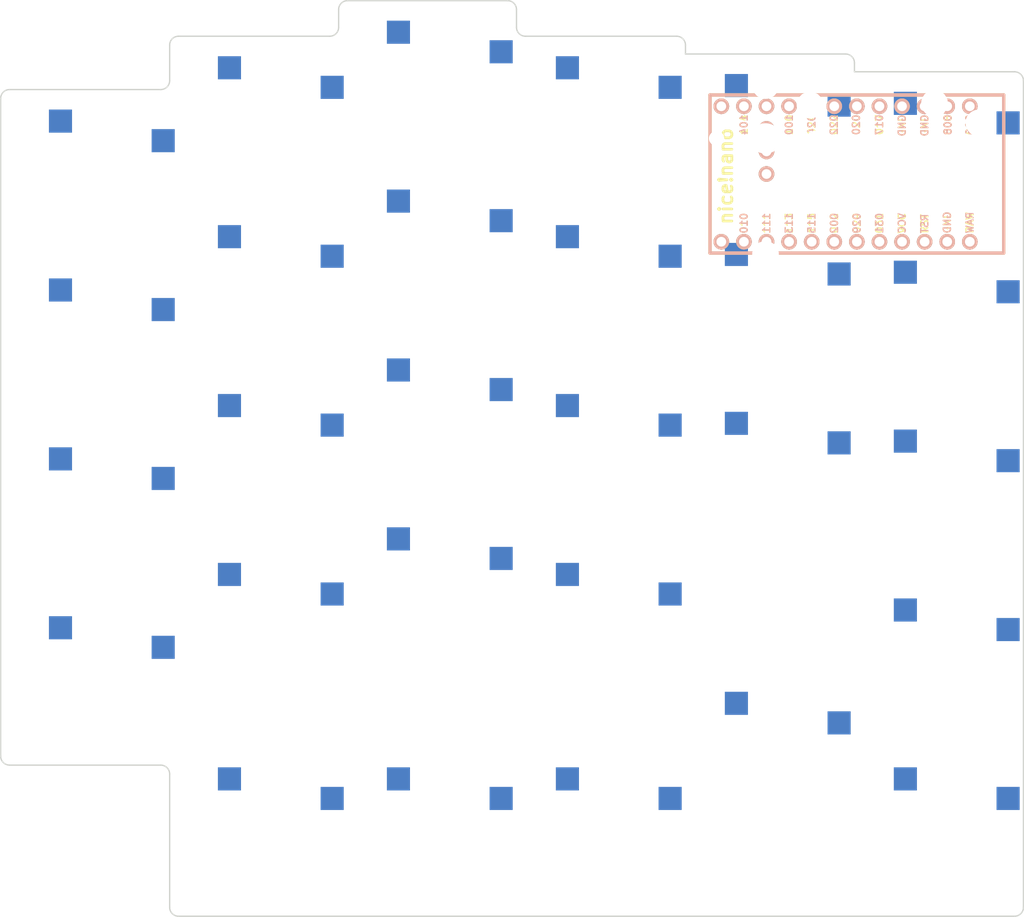
<source format=kicad_pcb>


(kicad_pcb (version 20171130) (host pcbnew 5.1.6)

  (page A3)
  (title_block
    (title "left")
    (rev "v1.0.0")
    (company "Unknown")
  )

  (general
    (thickness 1.6)
  )

  (layers
    (0 F.Cu signal)
    (31 B.Cu signal)
    (32 B.Adhes user)
    (33 F.Adhes user)
    (34 B.Paste user)
    (35 F.Paste user)
    (36 B.SilkS user)
    (37 F.SilkS user)
    (38 B.Mask user)
    (39 F.Mask user)
    (40 Dwgs.User user)
    (41 Cmts.User user)
    (42 Eco1.User user)
    (43 Eco2.User user)
    (44 Edge.Cuts user)
    (45 Margin user)
    (46 B.CrtYd user)
    (47 F.CrtYd user)
    (48 B.Fab user)
    (49 F.Fab user)
  )

  (setup
    (last_trace_width 0.25)
    (trace_clearance 0.2)
    (zone_clearance 0.508)
    (zone_45_only no)
    (trace_min 0.2)
    (via_size 0.8)
    (via_drill 0.4)
    (via_min_size 0.4)
    (via_min_drill 0.3)
    (uvia_size 0.3)
    (uvia_drill 0.1)
    (uvias_allowed no)
    (uvia_min_size 0.2)
    (uvia_min_drill 0.1)
    (edge_width 0.05)
    (segment_width 0.2)
    (pcb_text_width 0.3)
    (pcb_text_size 1.5 1.5)
    (mod_edge_width 0.12)
    (mod_text_size 1 1)
    (mod_text_width 0.15)
    (pad_size 1.524 1.524)
    (pad_drill 0.762)
    (pad_to_mask_clearance 0.05)
    (aux_axis_origin 0 0)
    (visible_elements FFFFFF7F)
    (pcbplotparams
      (layerselection 0x010fc_ffffffff)
      (usegerberextensions false)
      (usegerberattributes true)
      (usegerberadvancedattributes true)
      (creategerberjobfile true)
      (excludeedgelayer true)
      (linewidth 0.100000)
      (plotframeref false)
      (viasonmask false)
      (mode 1)
      (useauxorigin false)
      (hpglpennumber 1)
      (hpglpenspeed 20)
      (hpglpendiameter 15.000000)
      (psnegative false)
      (psa4output false)
      (plotreference true)
      (plotvalue true)
      (plotinvisibletext false)
      (padsonsilk false)
      (subtractmaskfromsilk false)
      (outputformat 1)
      (mirror false)
      (drillshape 1)
      (scaleselection 1)
      (outputdirectory ""))
  )

  (net 0 "")
(net 1 "P020")
(net 2 "P113")
(net 3 "P115")
(net 4 "P002")
(net 5 "P029")
(net 6 "P022")
(net 7 "P024")
(net 8 "P100")
(net 9 "P011")
(net 10 "P017")
(net 11 "P031")
(net 12 "RAW")
(net 13 "GND")
(net 14 "RST")
(net 15 "VCC")
(net 16 "P111")
(net 17 "P010")
(net 18 "P009")
(net 19 "P006")
(net 20 "P008")
(net 21 "P104")
(net 22 "P106")
(net 23 "P101")
(net 24 "P102")
(net 25 "P107")

  (net_class Default "This is the default net class."
    (clearance 0.2)
    (trace_width 0.25)
    (via_dia 0.8)
    (via_drill 0.4)
    (uvia_dia 0.3)
    (uvia_drill 0.1)
    (add_net "")
(add_net "P020")
(add_net "P113")
(add_net "P115")
(add_net "P002")
(add_net "P029")
(add_net "P022")
(add_net "P024")
(add_net "P100")
(add_net "P011")
(add_net "P017")
(add_net "P031")
(add_net "RAW")
(add_net "GND")
(add_net "RST")
(add_net "VCC")
(add_net "P111")
(add_net "P010")
(add_net "P009")
(add_net "P006")
(add_net "P008")
(add_net "P104")
(add_net "P106")
(add_net "P101")
(add_net "P102")
(add_net "P107")
  )

  
        
      (module PG1350 (layer F.Cu) (tedit 5DD50112)
      (at 0 0 0)

      
      (fp_text reference "S1" (at 0 0) (layer F.SilkS) hide (effects (font (size 1.27 1.27) (thickness 0.15))))
      (fp_text value "" (at 0 0) (layer F.SilkS) hide (effects (font (size 1.27 1.27) (thickness 0.15))))

      
      (fp_line (start -7 -6) (end -7 -7) (layer Dwgs.User) (width 0.15))
      (fp_line (start -7 7) (end -6 7) (layer Dwgs.User) (width 0.15))
      (fp_line (start -6 -7) (end -7 -7) (layer Dwgs.User) (width 0.15))
      (fp_line (start -7 7) (end -7 6) (layer Dwgs.User) (width 0.15))
      (fp_line (start 7 6) (end 7 7) (layer Dwgs.User) (width 0.15))
      (fp_line (start 7 -7) (end 6 -7) (layer Dwgs.User) (width 0.15))
      (fp_line (start 6 7) (end 7 7) (layer Dwgs.User) (width 0.15))
      (fp_line (start 7 -7) (end 7 -6) (layer Dwgs.User) (width 0.15))      
      
      
      (pad "" np_thru_hole circle (at 0 0) (size 3.429 3.429) (drill 3.429) (layers *.Cu *.Mask))
        
      
      (pad "" np_thru_hole circle (at 5.5 0) (size 1.7018 1.7018) (drill 1.7018) (layers *.Cu *.Mask))
      (pad "" np_thru_hole circle (at -5.5 0) (size 1.7018 1.7018) (drill 1.7018) (layers *.Cu *.Mask))
      
        
        
          
          (pad "" np_thru_hole circle (at 5 -3.75) (size 3 3) (drill 3) (layers *.Cu *.Mask))
          (pad "" np_thru_hole circle (at 0 -5.95) (size 3 3) (drill 3) (layers *.Cu *.Mask))
      
          
          (pad 1 smd rect (at -3.275 -5.95 0) (size 2.6 2.6) (layers B.Cu B.Paste B.Mask)  (net 1 "P020"))
          (pad 2 smd rect (at 8.275 -3.75 0) (size 2.6 2.6) (layers B.Cu B.Paste B.Mask)  (net 2 "P113"))
        )
        

        
      (module PG1350 (layer F.Cu) (tedit 5DD50112)
      (at 0 -19 0)

      
      (fp_text reference "S2" (at 0 0) (layer F.SilkS) hide (effects (font (size 1.27 1.27) (thickness 0.15))))
      (fp_text value "" (at 0 0) (layer F.SilkS) hide (effects (font (size 1.27 1.27) (thickness 0.15))))

      
      (fp_line (start -7 -6) (end -7 -7) (layer Dwgs.User) (width 0.15))
      (fp_line (start -7 7) (end -6 7) (layer Dwgs.User) (width 0.15))
      (fp_line (start -6 -7) (end -7 -7) (layer Dwgs.User) (width 0.15))
      (fp_line (start -7 7) (end -7 6) (layer Dwgs.User) (width 0.15))
      (fp_line (start 7 6) (end 7 7) (layer Dwgs.User) (width 0.15))
      (fp_line (start 7 -7) (end 6 -7) (layer Dwgs.User) (width 0.15))
      (fp_line (start 6 7) (end 7 7) (layer Dwgs.User) (width 0.15))
      (fp_line (start 7 -7) (end 7 -6) (layer Dwgs.User) (width 0.15))      
      
      
      (pad "" np_thru_hole circle (at 0 0) (size 3.429 3.429) (drill 3.429) (layers *.Cu *.Mask))
        
      
      (pad "" np_thru_hole circle (at 5.5 0) (size 1.7018 1.7018) (drill 1.7018) (layers *.Cu *.Mask))
      (pad "" np_thru_hole circle (at -5.5 0) (size 1.7018 1.7018) (drill 1.7018) (layers *.Cu *.Mask))
      
        
        
          
          (pad "" np_thru_hole circle (at 5 -3.75) (size 3 3) (drill 3) (layers *.Cu *.Mask))
          (pad "" np_thru_hole circle (at 0 -5.95) (size 3 3) (drill 3) (layers *.Cu *.Mask))
      
          
          (pad 1 smd rect (at -3.275 -5.95 0) (size 2.6 2.6) (layers B.Cu B.Paste B.Mask)  (net 1 "P020"))
          (pad 2 smd rect (at 8.275 -3.75 0) (size 2.6 2.6) (layers B.Cu B.Paste B.Mask)  (net 3 "P115"))
        )
        

        
      (module PG1350 (layer F.Cu) (tedit 5DD50112)
      (at 0 -38 0)

      
      (fp_text reference "S3" (at 0 0) (layer F.SilkS) hide (effects (font (size 1.27 1.27) (thickness 0.15))))
      (fp_text value "" (at 0 0) (layer F.SilkS) hide (effects (font (size 1.27 1.27) (thickness 0.15))))

      
      (fp_line (start -7 -6) (end -7 -7) (layer Dwgs.User) (width 0.15))
      (fp_line (start -7 7) (end -6 7) (layer Dwgs.User) (width 0.15))
      (fp_line (start -6 -7) (end -7 -7) (layer Dwgs.User) (width 0.15))
      (fp_line (start -7 7) (end -7 6) (layer Dwgs.User) (width 0.15))
      (fp_line (start 7 6) (end 7 7) (layer Dwgs.User) (width 0.15))
      (fp_line (start 7 -7) (end 6 -7) (layer Dwgs.User) (width 0.15))
      (fp_line (start 6 7) (end 7 7) (layer Dwgs.User) (width 0.15))
      (fp_line (start 7 -7) (end 7 -6) (layer Dwgs.User) (width 0.15))      
      
      
      (pad "" np_thru_hole circle (at 0 0) (size 3.429 3.429) (drill 3.429) (layers *.Cu *.Mask))
        
      
      (pad "" np_thru_hole circle (at 5.5 0) (size 1.7018 1.7018) (drill 1.7018) (layers *.Cu *.Mask))
      (pad "" np_thru_hole circle (at -5.5 0) (size 1.7018 1.7018) (drill 1.7018) (layers *.Cu *.Mask))
      
        
        
          
          (pad "" np_thru_hole circle (at 5 -3.75) (size 3 3) (drill 3) (layers *.Cu *.Mask))
          (pad "" np_thru_hole circle (at 0 -5.95) (size 3 3) (drill 3) (layers *.Cu *.Mask))
      
          
          (pad 1 smd rect (at -3.275 -5.95 0) (size 2.6 2.6) (layers B.Cu B.Paste B.Mask)  (net 1 "P020"))
          (pad 2 smd rect (at 8.275 -3.75 0) (size 2.6 2.6) (layers B.Cu B.Paste B.Mask)  (net 4 "P002"))
        )
        

        
      (module PG1350 (layer F.Cu) (tedit 5DD50112)
      (at 0 -57 0)

      
      (fp_text reference "S4" (at 0 0) (layer F.SilkS) hide (effects (font (size 1.27 1.27) (thickness 0.15))))
      (fp_text value "" (at 0 0) (layer F.SilkS) hide (effects (font (size 1.27 1.27) (thickness 0.15))))

      
      (fp_line (start -7 -6) (end -7 -7) (layer Dwgs.User) (width 0.15))
      (fp_line (start -7 7) (end -6 7) (layer Dwgs.User) (width 0.15))
      (fp_line (start -6 -7) (end -7 -7) (layer Dwgs.User) (width 0.15))
      (fp_line (start -7 7) (end -7 6) (layer Dwgs.User) (width 0.15))
      (fp_line (start 7 6) (end 7 7) (layer Dwgs.User) (width 0.15))
      (fp_line (start 7 -7) (end 6 -7) (layer Dwgs.User) (width 0.15))
      (fp_line (start 6 7) (end 7 7) (layer Dwgs.User) (width 0.15))
      (fp_line (start 7 -7) (end 7 -6) (layer Dwgs.User) (width 0.15))      
      
      
      (pad "" np_thru_hole circle (at 0 0) (size 3.429 3.429) (drill 3.429) (layers *.Cu *.Mask))
        
      
      (pad "" np_thru_hole circle (at 5.5 0) (size 1.7018 1.7018) (drill 1.7018) (layers *.Cu *.Mask))
      (pad "" np_thru_hole circle (at -5.5 0) (size 1.7018 1.7018) (drill 1.7018) (layers *.Cu *.Mask))
      
        
        
          
          (pad "" np_thru_hole circle (at 5 -3.75) (size 3 3) (drill 3) (layers *.Cu *.Mask))
          (pad "" np_thru_hole circle (at 0 -5.95) (size 3 3) (drill 3) (layers *.Cu *.Mask))
      
          
          (pad 1 smd rect (at -3.275 -5.95 0) (size 2.6 2.6) (layers B.Cu B.Paste B.Mask)  (net 1 "P020"))
          (pad 2 smd rect (at 8.275 -3.75 0) (size 2.6 2.6) (layers B.Cu B.Paste B.Mask)  (net 5 "P029"))
        )
        

        
      (module PG1350 (layer F.Cu) (tedit 5DD50112)
      (at 19 -6 0)

      
      (fp_text reference "S5" (at 0 0) (layer F.SilkS) hide (effects (font (size 1.27 1.27) (thickness 0.15))))
      (fp_text value "" (at 0 0) (layer F.SilkS) hide (effects (font (size 1.27 1.27) (thickness 0.15))))

      
      (fp_line (start -7 -6) (end -7 -7) (layer Dwgs.User) (width 0.15))
      (fp_line (start -7 7) (end -6 7) (layer Dwgs.User) (width 0.15))
      (fp_line (start -6 -7) (end -7 -7) (layer Dwgs.User) (width 0.15))
      (fp_line (start -7 7) (end -7 6) (layer Dwgs.User) (width 0.15))
      (fp_line (start 7 6) (end 7 7) (layer Dwgs.User) (width 0.15))
      (fp_line (start 7 -7) (end 6 -7) (layer Dwgs.User) (width 0.15))
      (fp_line (start 6 7) (end 7 7) (layer Dwgs.User) (width 0.15))
      (fp_line (start 7 -7) (end 7 -6) (layer Dwgs.User) (width 0.15))      
      
      
      (pad "" np_thru_hole circle (at 0 0) (size 3.429 3.429) (drill 3.429) (layers *.Cu *.Mask))
        
      
      (pad "" np_thru_hole circle (at 5.5 0) (size 1.7018 1.7018) (drill 1.7018) (layers *.Cu *.Mask))
      (pad "" np_thru_hole circle (at -5.5 0) (size 1.7018 1.7018) (drill 1.7018) (layers *.Cu *.Mask))
      
        
        
          
          (pad "" np_thru_hole circle (at 5 -3.75) (size 3 3) (drill 3) (layers *.Cu *.Mask))
          (pad "" np_thru_hole circle (at 0 -5.95) (size 3 3) (drill 3) (layers *.Cu *.Mask))
      
          
          (pad 1 smd rect (at -3.275 -5.95 0) (size 2.6 2.6) (layers B.Cu B.Paste B.Mask)  (net 6 "P022"))
          (pad 2 smd rect (at 8.275 -3.75 0) (size 2.6 2.6) (layers B.Cu B.Paste B.Mask)  (net 2 "P113"))
        )
        

        
      (module PG1350 (layer F.Cu) (tedit 5DD50112)
      (at 19 -25 0)

      
      (fp_text reference "S6" (at 0 0) (layer F.SilkS) hide (effects (font (size 1.27 1.27) (thickness 0.15))))
      (fp_text value "" (at 0 0) (layer F.SilkS) hide (effects (font (size 1.27 1.27) (thickness 0.15))))

      
      (fp_line (start -7 -6) (end -7 -7) (layer Dwgs.User) (width 0.15))
      (fp_line (start -7 7) (end -6 7) (layer Dwgs.User) (width 0.15))
      (fp_line (start -6 -7) (end -7 -7) (layer Dwgs.User) (width 0.15))
      (fp_line (start -7 7) (end -7 6) (layer Dwgs.User) (width 0.15))
      (fp_line (start 7 6) (end 7 7) (layer Dwgs.User) (width 0.15))
      (fp_line (start 7 -7) (end 6 -7) (layer Dwgs.User) (width 0.15))
      (fp_line (start 6 7) (end 7 7) (layer Dwgs.User) (width 0.15))
      (fp_line (start 7 -7) (end 7 -6) (layer Dwgs.User) (width 0.15))      
      
      
      (pad "" np_thru_hole circle (at 0 0) (size 3.429 3.429) (drill 3.429) (layers *.Cu *.Mask))
        
      
      (pad "" np_thru_hole circle (at 5.5 0) (size 1.7018 1.7018) (drill 1.7018) (layers *.Cu *.Mask))
      (pad "" np_thru_hole circle (at -5.5 0) (size 1.7018 1.7018) (drill 1.7018) (layers *.Cu *.Mask))
      
        
        
          
          (pad "" np_thru_hole circle (at 5 -3.75) (size 3 3) (drill 3) (layers *.Cu *.Mask))
          (pad "" np_thru_hole circle (at 0 -5.95) (size 3 3) (drill 3) (layers *.Cu *.Mask))
      
          
          (pad 1 smd rect (at -3.275 -5.95 0) (size 2.6 2.6) (layers B.Cu B.Paste B.Mask)  (net 6 "P022"))
          (pad 2 smd rect (at 8.275 -3.75 0) (size 2.6 2.6) (layers B.Cu B.Paste B.Mask)  (net 3 "P115"))
        )
        

        
      (module PG1350 (layer F.Cu) (tedit 5DD50112)
      (at 19 -44 0)

      
      (fp_text reference "S7" (at 0 0) (layer F.SilkS) hide (effects (font (size 1.27 1.27) (thickness 0.15))))
      (fp_text value "" (at 0 0) (layer F.SilkS) hide (effects (font (size 1.27 1.27) (thickness 0.15))))

      
      (fp_line (start -7 -6) (end -7 -7) (layer Dwgs.User) (width 0.15))
      (fp_line (start -7 7) (end -6 7) (layer Dwgs.User) (width 0.15))
      (fp_line (start -6 -7) (end -7 -7) (layer Dwgs.User) (width 0.15))
      (fp_line (start -7 7) (end -7 6) (layer Dwgs.User) (width 0.15))
      (fp_line (start 7 6) (end 7 7) (layer Dwgs.User) (width 0.15))
      (fp_line (start 7 -7) (end 6 -7) (layer Dwgs.User) (width 0.15))
      (fp_line (start 6 7) (end 7 7) (layer Dwgs.User) (width 0.15))
      (fp_line (start 7 -7) (end 7 -6) (layer Dwgs.User) (width 0.15))      
      
      
      (pad "" np_thru_hole circle (at 0 0) (size 3.429 3.429) (drill 3.429) (layers *.Cu *.Mask))
        
      
      (pad "" np_thru_hole circle (at 5.5 0) (size 1.7018 1.7018) (drill 1.7018) (layers *.Cu *.Mask))
      (pad "" np_thru_hole circle (at -5.5 0) (size 1.7018 1.7018) (drill 1.7018) (layers *.Cu *.Mask))
      
        
        
          
          (pad "" np_thru_hole circle (at 5 -3.75) (size 3 3) (drill 3) (layers *.Cu *.Mask))
          (pad "" np_thru_hole circle (at 0 -5.95) (size 3 3) (drill 3) (layers *.Cu *.Mask))
      
          
          (pad 1 smd rect (at -3.275 -5.95 0) (size 2.6 2.6) (layers B.Cu B.Paste B.Mask)  (net 6 "P022"))
          (pad 2 smd rect (at 8.275 -3.75 0) (size 2.6 2.6) (layers B.Cu B.Paste B.Mask)  (net 4 "P002"))
        )
        

        
      (module PG1350 (layer F.Cu) (tedit 5DD50112)
      (at 19 -63 0)

      
      (fp_text reference "S8" (at 0 0) (layer F.SilkS) hide (effects (font (size 1.27 1.27) (thickness 0.15))))
      (fp_text value "" (at 0 0) (layer F.SilkS) hide (effects (font (size 1.27 1.27) (thickness 0.15))))

      
      (fp_line (start -7 -6) (end -7 -7) (layer Dwgs.User) (width 0.15))
      (fp_line (start -7 7) (end -6 7) (layer Dwgs.User) (width 0.15))
      (fp_line (start -6 -7) (end -7 -7) (layer Dwgs.User) (width 0.15))
      (fp_line (start -7 7) (end -7 6) (layer Dwgs.User) (width 0.15))
      (fp_line (start 7 6) (end 7 7) (layer Dwgs.User) (width 0.15))
      (fp_line (start 7 -7) (end 6 -7) (layer Dwgs.User) (width 0.15))
      (fp_line (start 6 7) (end 7 7) (layer Dwgs.User) (width 0.15))
      (fp_line (start 7 -7) (end 7 -6) (layer Dwgs.User) (width 0.15))      
      
      
      (pad "" np_thru_hole circle (at 0 0) (size 3.429 3.429) (drill 3.429) (layers *.Cu *.Mask))
        
      
      (pad "" np_thru_hole circle (at 5.5 0) (size 1.7018 1.7018) (drill 1.7018) (layers *.Cu *.Mask))
      (pad "" np_thru_hole circle (at -5.5 0) (size 1.7018 1.7018) (drill 1.7018) (layers *.Cu *.Mask))
      
        
        
          
          (pad "" np_thru_hole circle (at 5 -3.75) (size 3 3) (drill 3) (layers *.Cu *.Mask))
          (pad "" np_thru_hole circle (at 0 -5.95) (size 3 3) (drill 3) (layers *.Cu *.Mask))
      
          
          (pad 1 smd rect (at -3.275 -5.95 0) (size 2.6 2.6) (layers B.Cu B.Paste B.Mask)  (net 6 "P022"))
          (pad 2 smd rect (at 8.275 -3.75 0) (size 2.6 2.6) (layers B.Cu B.Paste B.Mask)  (net 5 "P029"))
        )
        

        
      (module PG1350 (layer F.Cu) (tedit 5DD50112)
      (at 38 -10 0)

      
      (fp_text reference "S9" (at 0 0) (layer F.SilkS) hide (effects (font (size 1.27 1.27) (thickness 0.15))))
      (fp_text value "" (at 0 0) (layer F.SilkS) hide (effects (font (size 1.27 1.27) (thickness 0.15))))

      
      (fp_line (start -7 -6) (end -7 -7) (layer Dwgs.User) (width 0.15))
      (fp_line (start -7 7) (end -6 7) (layer Dwgs.User) (width 0.15))
      (fp_line (start -6 -7) (end -7 -7) (layer Dwgs.User) (width 0.15))
      (fp_line (start -7 7) (end -7 6) (layer Dwgs.User) (width 0.15))
      (fp_line (start 7 6) (end 7 7) (layer Dwgs.User) (width 0.15))
      (fp_line (start 7 -7) (end 6 -7) (layer Dwgs.User) (width 0.15))
      (fp_line (start 6 7) (end 7 7) (layer Dwgs.User) (width 0.15))
      (fp_line (start 7 -7) (end 7 -6) (layer Dwgs.User) (width 0.15))      
      
      
      (pad "" np_thru_hole circle (at 0 0) (size 3.429 3.429) (drill 3.429) (layers *.Cu *.Mask))
        
      
      (pad "" np_thru_hole circle (at 5.5 0) (size 1.7018 1.7018) (drill 1.7018) (layers *.Cu *.Mask))
      (pad "" np_thru_hole circle (at -5.5 0) (size 1.7018 1.7018) (drill 1.7018) (layers *.Cu *.Mask))
      
        
        
          
          (pad "" np_thru_hole circle (at 5 -3.75) (size 3 3) (drill 3) (layers *.Cu *.Mask))
          (pad "" np_thru_hole circle (at 0 -5.95) (size 3 3) (drill 3) (layers *.Cu *.Mask))
      
          
          (pad 1 smd rect (at -3.275 -5.95 0) (size 2.6 2.6) (layers B.Cu B.Paste B.Mask)  (net 7 "P024"))
          (pad 2 smd rect (at 8.275 -3.75 0) (size 2.6 2.6) (layers B.Cu B.Paste B.Mask)  (net 2 "P113"))
        )
        

        
      (module PG1350 (layer F.Cu) (tedit 5DD50112)
      (at 38 -29 0)

      
      (fp_text reference "S10" (at 0 0) (layer F.SilkS) hide (effects (font (size 1.27 1.27) (thickness 0.15))))
      (fp_text value "" (at 0 0) (layer F.SilkS) hide (effects (font (size 1.27 1.27) (thickness 0.15))))

      
      (fp_line (start -7 -6) (end -7 -7) (layer Dwgs.User) (width 0.15))
      (fp_line (start -7 7) (end -6 7) (layer Dwgs.User) (width 0.15))
      (fp_line (start -6 -7) (end -7 -7) (layer Dwgs.User) (width 0.15))
      (fp_line (start -7 7) (end -7 6) (layer Dwgs.User) (width 0.15))
      (fp_line (start 7 6) (end 7 7) (layer Dwgs.User) (width 0.15))
      (fp_line (start 7 -7) (end 6 -7) (layer Dwgs.User) (width 0.15))
      (fp_line (start 6 7) (end 7 7) (layer Dwgs.User) (width 0.15))
      (fp_line (start 7 -7) (end 7 -6) (layer Dwgs.User) (width 0.15))      
      
      
      (pad "" np_thru_hole circle (at 0 0) (size 3.429 3.429) (drill 3.429) (layers *.Cu *.Mask))
        
      
      (pad "" np_thru_hole circle (at 5.5 0) (size 1.7018 1.7018) (drill 1.7018) (layers *.Cu *.Mask))
      (pad "" np_thru_hole circle (at -5.5 0) (size 1.7018 1.7018) (drill 1.7018) (layers *.Cu *.Mask))
      
        
        
          
          (pad "" np_thru_hole circle (at 5 -3.75) (size 3 3) (drill 3) (layers *.Cu *.Mask))
          (pad "" np_thru_hole circle (at 0 -5.95) (size 3 3) (drill 3) (layers *.Cu *.Mask))
      
          
          (pad 1 smd rect (at -3.275 -5.95 0) (size 2.6 2.6) (layers B.Cu B.Paste B.Mask)  (net 7 "P024"))
          (pad 2 smd rect (at 8.275 -3.75 0) (size 2.6 2.6) (layers B.Cu B.Paste B.Mask)  (net 3 "P115"))
        )
        

        
      (module PG1350 (layer F.Cu) (tedit 5DD50112)
      (at 38 -48 0)

      
      (fp_text reference "S11" (at 0 0) (layer F.SilkS) hide (effects (font (size 1.27 1.27) (thickness 0.15))))
      (fp_text value "" (at 0 0) (layer F.SilkS) hide (effects (font (size 1.27 1.27) (thickness 0.15))))

      
      (fp_line (start -7 -6) (end -7 -7) (layer Dwgs.User) (width 0.15))
      (fp_line (start -7 7) (end -6 7) (layer Dwgs.User) (width 0.15))
      (fp_line (start -6 -7) (end -7 -7) (layer Dwgs.User) (width 0.15))
      (fp_line (start -7 7) (end -7 6) (layer Dwgs.User) (width 0.15))
      (fp_line (start 7 6) (end 7 7) (layer Dwgs.User) (width 0.15))
      (fp_line (start 7 -7) (end 6 -7) (layer Dwgs.User) (width 0.15))
      (fp_line (start 6 7) (end 7 7) (layer Dwgs.User) (width 0.15))
      (fp_line (start 7 -7) (end 7 -6) (layer Dwgs.User) (width 0.15))      
      
      
      (pad "" np_thru_hole circle (at 0 0) (size 3.429 3.429) (drill 3.429) (layers *.Cu *.Mask))
        
      
      (pad "" np_thru_hole circle (at 5.5 0) (size 1.7018 1.7018) (drill 1.7018) (layers *.Cu *.Mask))
      (pad "" np_thru_hole circle (at -5.5 0) (size 1.7018 1.7018) (drill 1.7018) (layers *.Cu *.Mask))
      
        
        
          
          (pad "" np_thru_hole circle (at 5 -3.75) (size 3 3) (drill 3) (layers *.Cu *.Mask))
          (pad "" np_thru_hole circle (at 0 -5.95) (size 3 3) (drill 3) (layers *.Cu *.Mask))
      
          
          (pad 1 smd rect (at -3.275 -5.95 0) (size 2.6 2.6) (layers B.Cu B.Paste B.Mask)  (net 7 "P024"))
          (pad 2 smd rect (at 8.275 -3.75 0) (size 2.6 2.6) (layers B.Cu B.Paste B.Mask)  (net 4 "P002"))
        )
        

        
      (module PG1350 (layer F.Cu) (tedit 5DD50112)
      (at 38 -67 0)

      
      (fp_text reference "S12" (at 0 0) (layer F.SilkS) hide (effects (font (size 1.27 1.27) (thickness 0.15))))
      (fp_text value "" (at 0 0) (layer F.SilkS) hide (effects (font (size 1.27 1.27) (thickness 0.15))))

      
      (fp_line (start -7 -6) (end -7 -7) (layer Dwgs.User) (width 0.15))
      (fp_line (start -7 7) (end -6 7) (layer Dwgs.User) (width 0.15))
      (fp_line (start -6 -7) (end -7 -7) (layer Dwgs.User) (width 0.15))
      (fp_line (start -7 7) (end -7 6) (layer Dwgs.User) (width 0.15))
      (fp_line (start 7 6) (end 7 7) (layer Dwgs.User) (width 0.15))
      (fp_line (start 7 -7) (end 6 -7) (layer Dwgs.User) (width 0.15))
      (fp_line (start 6 7) (end 7 7) (layer Dwgs.User) (width 0.15))
      (fp_line (start 7 -7) (end 7 -6) (layer Dwgs.User) (width 0.15))      
      
      
      (pad "" np_thru_hole circle (at 0 0) (size 3.429 3.429) (drill 3.429) (layers *.Cu *.Mask))
        
      
      (pad "" np_thru_hole circle (at 5.5 0) (size 1.7018 1.7018) (drill 1.7018) (layers *.Cu *.Mask))
      (pad "" np_thru_hole circle (at -5.5 0) (size 1.7018 1.7018) (drill 1.7018) (layers *.Cu *.Mask))
      
        
        
          
          (pad "" np_thru_hole circle (at 5 -3.75) (size 3 3) (drill 3) (layers *.Cu *.Mask))
          (pad "" np_thru_hole circle (at 0 -5.95) (size 3 3) (drill 3) (layers *.Cu *.Mask))
      
          
          (pad 1 smd rect (at -3.275 -5.95 0) (size 2.6 2.6) (layers B.Cu B.Paste B.Mask)  (net 7 "P024"))
          (pad 2 smd rect (at 8.275 -3.75 0) (size 2.6 2.6) (layers B.Cu B.Paste B.Mask)  (net 5 "P029"))
        )
        

        
      (module PG1350 (layer F.Cu) (tedit 5DD50112)
      (at 57 -6 0)

      
      (fp_text reference "S13" (at 0 0) (layer F.SilkS) hide (effects (font (size 1.27 1.27) (thickness 0.15))))
      (fp_text value "" (at 0 0) (layer F.SilkS) hide (effects (font (size 1.27 1.27) (thickness 0.15))))

      
      (fp_line (start -7 -6) (end -7 -7) (layer Dwgs.User) (width 0.15))
      (fp_line (start -7 7) (end -6 7) (layer Dwgs.User) (width 0.15))
      (fp_line (start -6 -7) (end -7 -7) (layer Dwgs.User) (width 0.15))
      (fp_line (start -7 7) (end -7 6) (layer Dwgs.User) (width 0.15))
      (fp_line (start 7 6) (end 7 7) (layer Dwgs.User) (width 0.15))
      (fp_line (start 7 -7) (end 6 -7) (layer Dwgs.User) (width 0.15))
      (fp_line (start 6 7) (end 7 7) (layer Dwgs.User) (width 0.15))
      (fp_line (start 7 -7) (end 7 -6) (layer Dwgs.User) (width 0.15))      
      
      
      (pad "" np_thru_hole circle (at 0 0) (size 3.429 3.429) (drill 3.429) (layers *.Cu *.Mask))
        
      
      (pad "" np_thru_hole circle (at 5.5 0) (size 1.7018 1.7018) (drill 1.7018) (layers *.Cu *.Mask))
      (pad "" np_thru_hole circle (at -5.5 0) (size 1.7018 1.7018) (drill 1.7018) (layers *.Cu *.Mask))
      
        
        
          
          (pad "" np_thru_hole circle (at 5 -3.75) (size 3 3) (drill 3) (layers *.Cu *.Mask))
          (pad "" np_thru_hole circle (at 0 -5.95) (size 3 3) (drill 3) (layers *.Cu *.Mask))
      
          
          (pad 1 smd rect (at -3.275 -5.95 0) (size 2.6 2.6) (layers B.Cu B.Paste B.Mask)  (net 8 "P100"))
          (pad 2 smd rect (at 8.275 -3.75 0) (size 2.6 2.6) (layers B.Cu B.Paste B.Mask)  (net 2 "P113"))
        )
        

        
      (module PG1350 (layer F.Cu) (tedit 5DD50112)
      (at 57 -25 0)

      
      (fp_text reference "S14" (at 0 0) (layer F.SilkS) hide (effects (font (size 1.27 1.27) (thickness 0.15))))
      (fp_text value "" (at 0 0) (layer F.SilkS) hide (effects (font (size 1.27 1.27) (thickness 0.15))))

      
      (fp_line (start -7 -6) (end -7 -7) (layer Dwgs.User) (width 0.15))
      (fp_line (start -7 7) (end -6 7) (layer Dwgs.User) (width 0.15))
      (fp_line (start -6 -7) (end -7 -7) (layer Dwgs.User) (width 0.15))
      (fp_line (start -7 7) (end -7 6) (layer Dwgs.User) (width 0.15))
      (fp_line (start 7 6) (end 7 7) (layer Dwgs.User) (width 0.15))
      (fp_line (start 7 -7) (end 6 -7) (layer Dwgs.User) (width 0.15))
      (fp_line (start 6 7) (end 7 7) (layer Dwgs.User) (width 0.15))
      (fp_line (start 7 -7) (end 7 -6) (layer Dwgs.User) (width 0.15))      
      
      
      (pad "" np_thru_hole circle (at 0 0) (size 3.429 3.429) (drill 3.429) (layers *.Cu *.Mask))
        
      
      (pad "" np_thru_hole circle (at 5.5 0) (size 1.7018 1.7018) (drill 1.7018) (layers *.Cu *.Mask))
      (pad "" np_thru_hole circle (at -5.5 0) (size 1.7018 1.7018) (drill 1.7018) (layers *.Cu *.Mask))
      
        
        
          
          (pad "" np_thru_hole circle (at 5 -3.75) (size 3 3) (drill 3) (layers *.Cu *.Mask))
          (pad "" np_thru_hole circle (at 0 -5.95) (size 3 3) (drill 3) (layers *.Cu *.Mask))
      
          
          (pad 1 smd rect (at -3.275 -5.95 0) (size 2.6 2.6) (layers B.Cu B.Paste B.Mask)  (net 8 "P100"))
          (pad 2 smd rect (at 8.275 -3.75 0) (size 2.6 2.6) (layers B.Cu B.Paste B.Mask)  (net 3 "P115"))
        )
        

        
      (module PG1350 (layer F.Cu) (tedit 5DD50112)
      (at 57 -44 0)

      
      (fp_text reference "S15" (at 0 0) (layer F.SilkS) hide (effects (font (size 1.27 1.27) (thickness 0.15))))
      (fp_text value "" (at 0 0) (layer F.SilkS) hide (effects (font (size 1.27 1.27) (thickness 0.15))))

      
      (fp_line (start -7 -6) (end -7 -7) (layer Dwgs.User) (width 0.15))
      (fp_line (start -7 7) (end -6 7) (layer Dwgs.User) (width 0.15))
      (fp_line (start -6 -7) (end -7 -7) (layer Dwgs.User) (width 0.15))
      (fp_line (start -7 7) (end -7 6) (layer Dwgs.User) (width 0.15))
      (fp_line (start 7 6) (end 7 7) (layer Dwgs.User) (width 0.15))
      (fp_line (start 7 -7) (end 6 -7) (layer Dwgs.User) (width 0.15))
      (fp_line (start 6 7) (end 7 7) (layer Dwgs.User) (width 0.15))
      (fp_line (start 7 -7) (end 7 -6) (layer Dwgs.User) (width 0.15))      
      
      
      (pad "" np_thru_hole circle (at 0 0) (size 3.429 3.429) (drill 3.429) (layers *.Cu *.Mask))
        
      
      (pad "" np_thru_hole circle (at 5.5 0) (size 1.7018 1.7018) (drill 1.7018) (layers *.Cu *.Mask))
      (pad "" np_thru_hole circle (at -5.5 0) (size 1.7018 1.7018) (drill 1.7018) (layers *.Cu *.Mask))
      
        
        
          
          (pad "" np_thru_hole circle (at 5 -3.75) (size 3 3) (drill 3) (layers *.Cu *.Mask))
          (pad "" np_thru_hole circle (at 0 -5.95) (size 3 3) (drill 3) (layers *.Cu *.Mask))
      
          
          (pad 1 smd rect (at -3.275 -5.95 0) (size 2.6 2.6) (layers B.Cu B.Paste B.Mask)  (net 8 "P100"))
          (pad 2 smd rect (at 8.275 -3.75 0) (size 2.6 2.6) (layers B.Cu B.Paste B.Mask)  (net 4 "P002"))
        )
        

        
      (module PG1350 (layer F.Cu) (tedit 5DD50112)
      (at 57 -63 0)

      
      (fp_text reference "S16" (at 0 0) (layer F.SilkS) hide (effects (font (size 1.27 1.27) (thickness 0.15))))
      (fp_text value "" (at 0 0) (layer F.SilkS) hide (effects (font (size 1.27 1.27) (thickness 0.15))))

      
      (fp_line (start -7 -6) (end -7 -7) (layer Dwgs.User) (width 0.15))
      (fp_line (start -7 7) (end -6 7) (layer Dwgs.User) (width 0.15))
      (fp_line (start -6 -7) (end -7 -7) (layer Dwgs.User) (width 0.15))
      (fp_line (start -7 7) (end -7 6) (layer Dwgs.User) (width 0.15))
      (fp_line (start 7 6) (end 7 7) (layer Dwgs.User) (width 0.15))
      (fp_line (start 7 -7) (end 6 -7) (layer Dwgs.User) (width 0.15))
      (fp_line (start 6 7) (end 7 7) (layer Dwgs.User) (width 0.15))
      (fp_line (start 7 -7) (end 7 -6) (layer Dwgs.User) (width 0.15))      
      
      
      (pad "" np_thru_hole circle (at 0 0) (size 3.429 3.429) (drill 3.429) (layers *.Cu *.Mask))
        
      
      (pad "" np_thru_hole circle (at 5.5 0) (size 1.7018 1.7018) (drill 1.7018) (layers *.Cu *.Mask))
      (pad "" np_thru_hole circle (at -5.5 0) (size 1.7018 1.7018) (drill 1.7018) (layers *.Cu *.Mask))
      
        
        
          
          (pad "" np_thru_hole circle (at 5 -3.75) (size 3 3) (drill 3) (layers *.Cu *.Mask))
          (pad "" np_thru_hole circle (at 0 -5.95) (size 3 3) (drill 3) (layers *.Cu *.Mask))
      
          
          (pad 1 smd rect (at -3.275 -5.95 0) (size 2.6 2.6) (layers B.Cu B.Paste B.Mask)  (net 8 "P100"))
          (pad 2 smd rect (at 8.275 -3.75 0) (size 2.6 2.6) (layers B.Cu B.Paste B.Mask)  (net 5 "P029"))
        )
        

        
      (module PG1350 (layer F.Cu) (tedit 5DD50112)
      (at 76 -23 0)

      
      (fp_text reference "S17" (at 0 0) (layer F.SilkS) hide (effects (font (size 1.27 1.27) (thickness 0.15))))
      (fp_text value "" (at 0 0) (layer F.SilkS) hide (effects (font (size 1.27 1.27) (thickness 0.15))))

      
      (fp_line (start -7 -6) (end -7 -7) (layer Dwgs.User) (width 0.15))
      (fp_line (start -7 7) (end -6 7) (layer Dwgs.User) (width 0.15))
      (fp_line (start -6 -7) (end -7 -7) (layer Dwgs.User) (width 0.15))
      (fp_line (start -7 7) (end -7 6) (layer Dwgs.User) (width 0.15))
      (fp_line (start 7 6) (end 7 7) (layer Dwgs.User) (width 0.15))
      (fp_line (start 7 -7) (end 6 -7) (layer Dwgs.User) (width 0.15))
      (fp_line (start 6 7) (end 7 7) (layer Dwgs.User) (width 0.15))
      (fp_line (start 7 -7) (end 7 -6) (layer Dwgs.User) (width 0.15))      
      
      
      (pad "" np_thru_hole circle (at 0 0) (size 3.429 3.429) (drill 3.429) (layers *.Cu *.Mask))
        
      
      (pad "" np_thru_hole circle (at 5.5 0) (size 1.7018 1.7018) (drill 1.7018) (layers *.Cu *.Mask))
      (pad "" np_thru_hole circle (at -5.5 0) (size 1.7018 1.7018) (drill 1.7018) (layers *.Cu *.Mask))
      
        
        
          
          (pad "" np_thru_hole circle (at 5 -3.75) (size 3 3) (drill 3) (layers *.Cu *.Mask))
          (pad "" np_thru_hole circle (at 0 -5.95) (size 3 3) (drill 3) (layers *.Cu *.Mask))
      
          
          (pad 1 smd rect (at -3.275 -5.95 0) (size 2.6 2.6) (layers B.Cu B.Paste B.Mask)  (net 9 "P011"))
          (pad 2 smd rect (at 8.275 -3.75 0) (size 2.6 2.6) (layers B.Cu B.Paste B.Mask)  (net 3 "P115"))
        )
        

        
      (module PG1350 (layer F.Cu) (tedit 5DD50112)
      (at 76 -42 0)

      
      (fp_text reference "S18" (at 0 0) (layer F.SilkS) hide (effects (font (size 1.27 1.27) (thickness 0.15))))
      (fp_text value "" (at 0 0) (layer F.SilkS) hide (effects (font (size 1.27 1.27) (thickness 0.15))))

      
      (fp_line (start -7 -6) (end -7 -7) (layer Dwgs.User) (width 0.15))
      (fp_line (start -7 7) (end -6 7) (layer Dwgs.User) (width 0.15))
      (fp_line (start -6 -7) (end -7 -7) (layer Dwgs.User) (width 0.15))
      (fp_line (start -7 7) (end -7 6) (layer Dwgs.User) (width 0.15))
      (fp_line (start 7 6) (end 7 7) (layer Dwgs.User) (width 0.15))
      (fp_line (start 7 -7) (end 6 -7) (layer Dwgs.User) (width 0.15))
      (fp_line (start 6 7) (end 7 7) (layer Dwgs.User) (width 0.15))
      (fp_line (start 7 -7) (end 7 -6) (layer Dwgs.User) (width 0.15))      
      
      
      (pad "" np_thru_hole circle (at 0 0) (size 3.429 3.429) (drill 3.429) (layers *.Cu *.Mask))
        
      
      (pad "" np_thru_hole circle (at 5.5 0) (size 1.7018 1.7018) (drill 1.7018) (layers *.Cu *.Mask))
      (pad "" np_thru_hole circle (at -5.5 0) (size 1.7018 1.7018) (drill 1.7018) (layers *.Cu *.Mask))
      
        
        
          
          (pad "" np_thru_hole circle (at 5 -3.75) (size 3 3) (drill 3) (layers *.Cu *.Mask))
          (pad "" np_thru_hole circle (at 0 -5.95) (size 3 3) (drill 3) (layers *.Cu *.Mask))
      
          
          (pad 1 smd rect (at -3.275 -5.95 0) (size 2.6 2.6) (layers B.Cu B.Paste B.Mask)  (net 9 "P011"))
          (pad 2 smd rect (at 8.275 -3.75 0) (size 2.6 2.6) (layers B.Cu B.Paste B.Mask)  (net 4 "P002"))
        )
        

        
      (module PG1350 (layer F.Cu) (tedit 5DD50112)
      (at 76 -61 0)

      
      (fp_text reference "S19" (at 0 0) (layer F.SilkS) hide (effects (font (size 1.27 1.27) (thickness 0.15))))
      (fp_text value "" (at 0 0) (layer F.SilkS) hide (effects (font (size 1.27 1.27) (thickness 0.15))))

      
      (fp_line (start -7 -6) (end -7 -7) (layer Dwgs.User) (width 0.15))
      (fp_line (start -7 7) (end -6 7) (layer Dwgs.User) (width 0.15))
      (fp_line (start -6 -7) (end -7 -7) (layer Dwgs.User) (width 0.15))
      (fp_line (start -7 7) (end -7 6) (layer Dwgs.User) (width 0.15))
      (fp_line (start 7 6) (end 7 7) (layer Dwgs.User) (width 0.15))
      (fp_line (start 7 -7) (end 6 -7) (layer Dwgs.User) (width 0.15))
      (fp_line (start 6 7) (end 7 7) (layer Dwgs.User) (width 0.15))
      (fp_line (start 7 -7) (end 7 -6) (layer Dwgs.User) (width 0.15))      
      
      
      (pad "" np_thru_hole circle (at 0 0) (size 3.429 3.429) (drill 3.429) (layers *.Cu *.Mask))
        
      
      (pad "" np_thru_hole circle (at 5.5 0) (size 1.7018 1.7018) (drill 1.7018) (layers *.Cu *.Mask))
      (pad "" np_thru_hole circle (at -5.5 0) (size 1.7018 1.7018) (drill 1.7018) (layers *.Cu *.Mask))
      
        
        
          
          (pad "" np_thru_hole circle (at 5 -3.75) (size 3 3) (drill 3) (layers *.Cu *.Mask))
          (pad "" np_thru_hole circle (at 0 -5.95) (size 3 3) (drill 3) (layers *.Cu *.Mask))
      
          
          (pad 1 smd rect (at -3.275 -5.95 0) (size 2.6 2.6) (layers B.Cu B.Paste B.Mask)  (net 9 "P011"))
          (pad 2 smd rect (at 8.275 -3.75 0) (size 2.6 2.6) (layers B.Cu B.Paste B.Mask)  (net 5 "P029"))
        )
        

        
      (module PG1350 (layer F.Cu) (tedit 5DD50112)
      (at 95 -2 0)

      
      (fp_text reference "S20" (at 0 0) (layer F.SilkS) hide (effects (font (size 1.27 1.27) (thickness 0.15))))
      (fp_text value "" (at 0 0) (layer F.SilkS) hide (effects (font (size 1.27 1.27) (thickness 0.15))))

      
      (fp_line (start -7 -6) (end -7 -7) (layer Dwgs.User) (width 0.15))
      (fp_line (start -7 7) (end -6 7) (layer Dwgs.User) (width 0.15))
      (fp_line (start -6 -7) (end -7 -7) (layer Dwgs.User) (width 0.15))
      (fp_line (start -7 7) (end -7 6) (layer Dwgs.User) (width 0.15))
      (fp_line (start 7 6) (end 7 7) (layer Dwgs.User) (width 0.15))
      (fp_line (start 7 -7) (end 6 -7) (layer Dwgs.User) (width 0.15))
      (fp_line (start 6 7) (end 7 7) (layer Dwgs.User) (width 0.15))
      (fp_line (start 7 -7) (end 7 -6) (layer Dwgs.User) (width 0.15))      
      
      
      (pad "" np_thru_hole circle (at 0 0) (size 3.429 3.429) (drill 3.429) (layers *.Cu *.Mask))
        
      
      (pad "" np_thru_hole circle (at 5.5 0) (size 1.7018 1.7018) (drill 1.7018) (layers *.Cu *.Mask))
      (pad "" np_thru_hole circle (at -5.5 0) (size 1.7018 1.7018) (drill 1.7018) (layers *.Cu *.Mask))
      
        
        
          
          (pad "" np_thru_hole circle (at 5 -3.75) (size 3 3) (drill 3) (layers *.Cu *.Mask))
          (pad "" np_thru_hole circle (at 0 -5.95) (size 3 3) (drill 3) (layers *.Cu *.Mask))
      
          
          (pad 1 smd rect (at -3.275 -5.95 0) (size 2.6 2.6) (layers B.Cu B.Paste B.Mask)  (net 10 "P017"))
          (pad 2 smd rect (at 8.275 -3.75 0) (size 2.6 2.6) (layers B.Cu B.Paste B.Mask)  (net 2 "P113"))
        )
        

        
      (module PG1350 (layer F.Cu) (tedit 5DD50112)
      (at 95 -21 0)

      
      (fp_text reference "S21" (at 0 0) (layer F.SilkS) hide (effects (font (size 1.27 1.27) (thickness 0.15))))
      (fp_text value "" (at 0 0) (layer F.SilkS) hide (effects (font (size 1.27 1.27) (thickness 0.15))))

      
      (fp_line (start -7 -6) (end -7 -7) (layer Dwgs.User) (width 0.15))
      (fp_line (start -7 7) (end -6 7) (layer Dwgs.User) (width 0.15))
      (fp_line (start -6 -7) (end -7 -7) (layer Dwgs.User) (width 0.15))
      (fp_line (start -7 7) (end -7 6) (layer Dwgs.User) (width 0.15))
      (fp_line (start 7 6) (end 7 7) (layer Dwgs.User) (width 0.15))
      (fp_line (start 7 -7) (end 6 -7) (layer Dwgs.User) (width 0.15))
      (fp_line (start 6 7) (end 7 7) (layer Dwgs.User) (width 0.15))
      (fp_line (start 7 -7) (end 7 -6) (layer Dwgs.User) (width 0.15))      
      
      
      (pad "" np_thru_hole circle (at 0 0) (size 3.429 3.429) (drill 3.429) (layers *.Cu *.Mask))
        
      
      (pad "" np_thru_hole circle (at 5.5 0) (size 1.7018 1.7018) (drill 1.7018) (layers *.Cu *.Mask))
      (pad "" np_thru_hole circle (at -5.5 0) (size 1.7018 1.7018) (drill 1.7018) (layers *.Cu *.Mask))
      
        
        
          
          (pad "" np_thru_hole circle (at 5 -3.75) (size 3 3) (drill 3) (layers *.Cu *.Mask))
          (pad "" np_thru_hole circle (at 0 -5.95) (size 3 3) (drill 3) (layers *.Cu *.Mask))
      
          
          (pad 1 smd rect (at -3.275 -5.95 0) (size 2.6 2.6) (layers B.Cu B.Paste B.Mask)  (net 10 "P017"))
          (pad 2 smd rect (at 8.275 -3.75 0) (size 2.6 2.6) (layers B.Cu B.Paste B.Mask)  (net 3 "P115"))
        )
        

        
      (module PG1350 (layer F.Cu) (tedit 5DD50112)
      (at 95 -40 0)

      
      (fp_text reference "S22" (at 0 0) (layer F.SilkS) hide (effects (font (size 1.27 1.27) (thickness 0.15))))
      (fp_text value "" (at 0 0) (layer F.SilkS) hide (effects (font (size 1.27 1.27) (thickness 0.15))))

      
      (fp_line (start -7 -6) (end -7 -7) (layer Dwgs.User) (width 0.15))
      (fp_line (start -7 7) (end -6 7) (layer Dwgs.User) (width 0.15))
      (fp_line (start -6 -7) (end -7 -7) (layer Dwgs.User) (width 0.15))
      (fp_line (start -7 7) (end -7 6) (layer Dwgs.User) (width 0.15))
      (fp_line (start 7 6) (end 7 7) (layer Dwgs.User) (width 0.15))
      (fp_line (start 7 -7) (end 6 -7) (layer Dwgs.User) (width 0.15))
      (fp_line (start 6 7) (end 7 7) (layer Dwgs.User) (width 0.15))
      (fp_line (start 7 -7) (end 7 -6) (layer Dwgs.User) (width 0.15))      
      
      
      (pad "" np_thru_hole circle (at 0 0) (size 3.429 3.429) (drill 3.429) (layers *.Cu *.Mask))
        
      
      (pad "" np_thru_hole circle (at 5.5 0) (size 1.7018 1.7018) (drill 1.7018) (layers *.Cu *.Mask))
      (pad "" np_thru_hole circle (at -5.5 0) (size 1.7018 1.7018) (drill 1.7018) (layers *.Cu *.Mask))
      
        
        
          
          (pad "" np_thru_hole circle (at 5 -3.75) (size 3 3) (drill 3) (layers *.Cu *.Mask))
          (pad "" np_thru_hole circle (at 0 -5.95) (size 3 3) (drill 3) (layers *.Cu *.Mask))
      
          
          (pad 1 smd rect (at -3.275 -5.95 0) (size 2.6 2.6) (layers B.Cu B.Paste B.Mask)  (net 10 "P017"))
          (pad 2 smd rect (at 8.275 -3.75 0) (size 2.6 2.6) (layers B.Cu B.Paste B.Mask)  (net 4 "P002"))
        )
        

        
      (module PG1350 (layer F.Cu) (tedit 5DD50112)
      (at 95 -59 0)

      
      (fp_text reference "S23" (at 0 0) (layer F.SilkS) hide (effects (font (size 1.27 1.27) (thickness 0.15))))
      (fp_text value "" (at 0 0) (layer F.SilkS) hide (effects (font (size 1.27 1.27) (thickness 0.15))))

      
      (fp_line (start -7 -6) (end -7 -7) (layer Dwgs.User) (width 0.15))
      (fp_line (start -7 7) (end -6 7) (layer Dwgs.User) (width 0.15))
      (fp_line (start -6 -7) (end -7 -7) (layer Dwgs.User) (width 0.15))
      (fp_line (start -7 7) (end -7 6) (layer Dwgs.User) (width 0.15))
      (fp_line (start 7 6) (end 7 7) (layer Dwgs.User) (width 0.15))
      (fp_line (start 7 -7) (end 6 -7) (layer Dwgs.User) (width 0.15))
      (fp_line (start 6 7) (end 7 7) (layer Dwgs.User) (width 0.15))
      (fp_line (start 7 -7) (end 7 -6) (layer Dwgs.User) (width 0.15))      
      
      
      (pad "" np_thru_hole circle (at 0 0) (size 3.429 3.429) (drill 3.429) (layers *.Cu *.Mask))
        
      
      (pad "" np_thru_hole circle (at 5.5 0) (size 1.7018 1.7018) (drill 1.7018) (layers *.Cu *.Mask))
      (pad "" np_thru_hole circle (at -5.5 0) (size 1.7018 1.7018) (drill 1.7018) (layers *.Cu *.Mask))
      
        
        
          
          (pad "" np_thru_hole circle (at 5 -3.75) (size 3 3) (drill 3) (layers *.Cu *.Mask))
          (pad "" np_thru_hole circle (at 0 -5.95) (size 3 3) (drill 3) (layers *.Cu *.Mask))
      
          
          (pad 1 smd rect (at -3.275 -5.95 0) (size 2.6 2.6) (layers B.Cu B.Paste B.Mask)  (net 10 "P017"))
          (pad 2 smd rect (at 8.275 -3.75 0) (size 2.6 2.6) (layers B.Cu B.Paste B.Mask)  (net 5 "P029"))
        )
        

        
      (module PG1350 (layer F.Cu) (tedit 5DD50112)
      (at 19 17 0)

      
      (fp_text reference "S24" (at 0 0) (layer F.SilkS) hide (effects (font (size 1.27 1.27) (thickness 0.15))))
      (fp_text value "" (at 0 0) (layer F.SilkS) hide (effects (font (size 1.27 1.27) (thickness 0.15))))

      
      (fp_line (start -7 -6) (end -7 -7) (layer Dwgs.User) (width 0.15))
      (fp_line (start -7 7) (end -6 7) (layer Dwgs.User) (width 0.15))
      (fp_line (start -6 -7) (end -7 -7) (layer Dwgs.User) (width 0.15))
      (fp_line (start -7 7) (end -7 6) (layer Dwgs.User) (width 0.15))
      (fp_line (start 7 6) (end 7 7) (layer Dwgs.User) (width 0.15))
      (fp_line (start 7 -7) (end 6 -7) (layer Dwgs.User) (width 0.15))
      (fp_line (start 6 7) (end 7 7) (layer Dwgs.User) (width 0.15))
      (fp_line (start 7 -7) (end 7 -6) (layer Dwgs.User) (width 0.15))      
      
      
      (pad "" np_thru_hole circle (at 0 0) (size 3.429 3.429) (drill 3.429) (layers *.Cu *.Mask))
        
      
      (pad "" np_thru_hole circle (at 5.5 0) (size 1.7018 1.7018) (drill 1.7018) (layers *.Cu *.Mask))
      (pad "" np_thru_hole circle (at -5.5 0) (size 1.7018 1.7018) (drill 1.7018) (layers *.Cu *.Mask))
      
        
        
          
          (pad "" np_thru_hole circle (at 5 -3.75) (size 3 3) (drill 3) (layers *.Cu *.Mask))
          (pad "" np_thru_hole circle (at 0 -5.95) (size 3 3) (drill 3) (layers *.Cu *.Mask))
      
          
          (pad 1 smd rect (at -3.275 -5.95 0) (size 2.6 2.6) (layers B.Cu B.Paste B.Mask)  (net 6 "P022"))
          (pad 2 smd rect (at 8.275 -3.75 0) (size 2.6 2.6) (layers B.Cu B.Paste B.Mask)  (net 11 "P031"))
        )
        

        
      (module PG1350 (layer F.Cu) (tedit 5DD50112)
      (at 38 17 0)

      
      (fp_text reference "S25" (at 0 0) (layer F.SilkS) hide (effects (font (size 1.27 1.27) (thickness 0.15))))
      (fp_text value "" (at 0 0) (layer F.SilkS) hide (effects (font (size 1.27 1.27) (thickness 0.15))))

      
      (fp_line (start -7 -6) (end -7 -7) (layer Dwgs.User) (width 0.15))
      (fp_line (start -7 7) (end -6 7) (layer Dwgs.User) (width 0.15))
      (fp_line (start -6 -7) (end -7 -7) (layer Dwgs.User) (width 0.15))
      (fp_line (start -7 7) (end -7 6) (layer Dwgs.User) (width 0.15))
      (fp_line (start 7 6) (end 7 7) (layer Dwgs.User) (width 0.15))
      (fp_line (start 7 -7) (end 6 -7) (layer Dwgs.User) (width 0.15))
      (fp_line (start 6 7) (end 7 7) (layer Dwgs.User) (width 0.15))
      (fp_line (start 7 -7) (end 7 -6) (layer Dwgs.User) (width 0.15))      
      
      
      (pad "" np_thru_hole circle (at 0 0) (size 3.429 3.429) (drill 3.429) (layers *.Cu *.Mask))
        
      
      (pad "" np_thru_hole circle (at 5.5 0) (size 1.7018 1.7018) (drill 1.7018) (layers *.Cu *.Mask))
      (pad "" np_thru_hole circle (at -5.5 0) (size 1.7018 1.7018) (drill 1.7018) (layers *.Cu *.Mask))
      
        
        
          
          (pad "" np_thru_hole circle (at 5 -3.75) (size 3 3) (drill 3) (layers *.Cu *.Mask))
          (pad "" np_thru_hole circle (at 0 -5.95) (size 3 3) (drill 3) (layers *.Cu *.Mask))
      
          
          (pad 1 smd rect (at -3.275 -5.95 0) (size 2.6 2.6) (layers B.Cu B.Paste B.Mask)  (net 7 "P024"))
          (pad 2 smd rect (at 8.275 -3.75 0) (size 2.6 2.6) (layers B.Cu B.Paste B.Mask)  (net 11 "P031"))
        )
        

        
      (module PG1350 (layer F.Cu) (tedit 5DD50112)
      (at 57 17 0)

      
      (fp_text reference "S26" (at 0 0) (layer F.SilkS) hide (effects (font (size 1.27 1.27) (thickness 0.15))))
      (fp_text value "" (at 0 0) (layer F.SilkS) hide (effects (font (size 1.27 1.27) (thickness 0.15))))

      
      (fp_line (start -7 -6) (end -7 -7) (layer Dwgs.User) (width 0.15))
      (fp_line (start -7 7) (end -6 7) (layer Dwgs.User) (width 0.15))
      (fp_line (start -6 -7) (end -7 -7) (layer Dwgs.User) (width 0.15))
      (fp_line (start -7 7) (end -7 6) (layer Dwgs.User) (width 0.15))
      (fp_line (start 7 6) (end 7 7) (layer Dwgs.User) (width 0.15))
      (fp_line (start 7 -7) (end 6 -7) (layer Dwgs.User) (width 0.15))
      (fp_line (start 6 7) (end 7 7) (layer Dwgs.User) (width 0.15))
      (fp_line (start 7 -7) (end 7 -6) (layer Dwgs.User) (width 0.15))      
      
      
      (pad "" np_thru_hole circle (at 0 0) (size 3.429 3.429) (drill 3.429) (layers *.Cu *.Mask))
        
      
      (pad "" np_thru_hole circle (at 5.5 0) (size 1.7018 1.7018) (drill 1.7018) (layers *.Cu *.Mask))
      (pad "" np_thru_hole circle (at -5.5 0) (size 1.7018 1.7018) (drill 1.7018) (layers *.Cu *.Mask))
      
        
        
          
          (pad "" np_thru_hole circle (at 5 -3.75) (size 3 3) (drill 3) (layers *.Cu *.Mask))
          (pad "" np_thru_hole circle (at 0 -5.95) (size 3 3) (drill 3) (layers *.Cu *.Mask))
      
          
          (pad 1 smd rect (at -3.275 -5.95 0) (size 2.6 2.6) (layers B.Cu B.Paste B.Mask)  (net 8 "P100"))
          (pad 2 smd rect (at 8.275 -3.75 0) (size 2.6 2.6) (layers B.Cu B.Paste B.Mask)  (net 11 "P031"))
        )
        

        
      (module PG1350 (layer F.Cu) (tedit 5DD50112)
      (at 76 8.5 0)

      
      (fp_text reference "S27" (at 0 0) (layer F.SilkS) hide (effects (font (size 1.27 1.27) (thickness 0.15))))
      (fp_text value "" (at 0 0) (layer F.SilkS) hide (effects (font (size 1.27 1.27) (thickness 0.15))))

      
      (fp_line (start -7 -6) (end -7 -7) (layer Dwgs.User) (width 0.15))
      (fp_line (start -7 7) (end -6 7) (layer Dwgs.User) (width 0.15))
      (fp_line (start -6 -7) (end -7 -7) (layer Dwgs.User) (width 0.15))
      (fp_line (start -7 7) (end -7 6) (layer Dwgs.User) (width 0.15))
      (fp_line (start 7 6) (end 7 7) (layer Dwgs.User) (width 0.15))
      (fp_line (start 7 -7) (end 6 -7) (layer Dwgs.User) (width 0.15))
      (fp_line (start 6 7) (end 7 7) (layer Dwgs.User) (width 0.15))
      (fp_line (start 7 -7) (end 7 -6) (layer Dwgs.User) (width 0.15))      
      
      
      (pad "" np_thru_hole circle (at 0 0) (size 3.429 3.429) (drill 3.429) (layers *.Cu *.Mask))
        
      
      (pad "" np_thru_hole circle (at 5.5 0) (size 1.7018 1.7018) (drill 1.7018) (layers *.Cu *.Mask))
      (pad "" np_thru_hole circle (at -5.5 0) (size 1.7018 1.7018) (drill 1.7018) (layers *.Cu *.Mask))
      
        
        
          
          (pad "" np_thru_hole circle (at 5 -3.75) (size 3 3) (drill 3) (layers *.Cu *.Mask))
          (pad "" np_thru_hole circle (at 0 -5.95) (size 3 3) (drill 3) (layers *.Cu *.Mask))
      
          
          (pad 1 smd rect (at -3.275 -5.95 0) (size 2.6 2.6) (layers B.Cu B.Paste B.Mask)  (net 9 "P011"))
          (pad 2 smd rect (at 8.275 -3.75 0) (size 2.6 2.6) (layers B.Cu B.Paste B.Mask)  (net 11 "P031"))
        )
        

        
      (module PG1350 (layer F.Cu) (tedit 5DD50112)
      (at 95 17 0)

      
      (fp_text reference "S28" (at 0 0) (layer F.SilkS) hide (effects (font (size 1.27 1.27) (thickness 0.15))))
      (fp_text value "" (at 0 0) (layer F.SilkS) hide (effects (font (size 1.27 1.27) (thickness 0.15))))

      
      (fp_line (start -7 -6) (end -7 -7) (layer Dwgs.User) (width 0.15))
      (fp_line (start -7 7) (end -6 7) (layer Dwgs.User) (width 0.15))
      (fp_line (start -6 -7) (end -7 -7) (layer Dwgs.User) (width 0.15))
      (fp_line (start -7 7) (end -7 6) (layer Dwgs.User) (width 0.15))
      (fp_line (start 7 6) (end 7 7) (layer Dwgs.User) (width 0.15))
      (fp_line (start 7 -7) (end 6 -7) (layer Dwgs.User) (width 0.15))
      (fp_line (start 6 7) (end 7 7) (layer Dwgs.User) (width 0.15))
      (fp_line (start 7 -7) (end 7 -6) (layer Dwgs.User) (width 0.15))      
      
      
      (pad "" np_thru_hole circle (at 0 0) (size 3.429 3.429) (drill 3.429) (layers *.Cu *.Mask))
        
      
      (pad "" np_thru_hole circle (at 5.5 0) (size 1.7018 1.7018) (drill 1.7018) (layers *.Cu *.Mask))
      (pad "" np_thru_hole circle (at -5.5 0) (size 1.7018 1.7018) (drill 1.7018) (layers *.Cu *.Mask))
      
        
        
          
          (pad "" np_thru_hole circle (at 5 -3.75) (size 3 3) (drill 3) (layers *.Cu *.Mask))
          (pad "" np_thru_hole circle (at 0 -5.95) (size 3 3) (drill 3) (layers *.Cu *.Mask))
      
          
          (pad 1 smd rect (at -3.275 -5.95 0) (size 2.6 2.6) (layers B.Cu B.Paste B.Mask)  (net 10 "P017"))
          (pad 2 smd rect (at 8.275 -3.75 0) (size 2.6 2.6) (layers B.Cu B.Paste B.Mask)  (net 11 "P031"))
        )
        

          
      (module nice_nano (layer F.Cu) (tedit 6058B206)
      (at 85 -57 180)

      
      (fp_text reference "MCU1" (at 0 0) (layer F.SilkS) hide (effects (font (size 1.2 1.2) (thickness 0.2032))))
      (fp_text value nice_nano (at 0 0) (layer F.SilkS) hide (effects (font (size 1.2 1.2) (thickness 0.2032))))

      
      (fp_line (start -14.224 -3.556) (end -14.224 3.81) (layer Dwgs.User) (width 0.2))
      (fp_line (start -14.224 3.81) (end -19.304 3.81) (layer Dwgs.User) (width 0.2))
      (fp_line (start -19.304 3.81) (end -19.304 -3.556) (layer Dwgs.User) (width 0.2))
      (fp_line (start -19.304 -3.556) (end -14.224 -3.556) (layer Dwgs.User) (width 0.2))

      
      (fp_line (start 15.24 -8.89) (end -17.78 -8.89) (layer F.SilkS) (width 0.381))
      (fp_line (start 15.24 8.89) (end 15.24 -8.89) (layer F.SilkS) (width 0.381))
      (fp_line (start -17.78 8.89) (end 15.24 8.89) (layer F.SilkS) (width 0.381))
      (fp_line (start -17.78 -8.89) (end -17.78 8.89) (layer F.SilkS) (width 0.381))
      
      (fp_line (start 15.24 -8.89) (end -17.78 -8.89) (layer B.SilkS) (width 0.381))
      (fp_line (start 15.24 8.89) (end 15.24 -8.89) (layer B.SilkS) (width 0.381))
      (fp_line (start -17.78 8.89) (end 15.24 8.89) (layer B.SilkS) (width 0.381))
      (fp_line (start -17.78 -8.89) (end -17.78 8.89) (layer B.SilkS) (width 0.381))
      
          
        
        (fp_text user RAW (at -13.97 -5.473715 270) (layer F.SilkS) (effects (font (size 0.8 0.8) (thickness 0.15))))
        (fp_text user GND (at -11.43 -5.454667 270) (layer F.SilkS) (effects (font (size 0.8 0.8) (thickness 0.15))))
        (fp_text user RST (at -8.89 -5.588 270) (layer F.SilkS) (effects (font (size 0.8 0.8) (thickness 0.15))))
        (fp_text user VCC (at -6.35 -5.537191 270) (layer F.SilkS) (effects (font (size 0.8 0.8) (thickness 0.15))))
        (fp_text user 031 (at -3.81 -5.537191 270) (layer F.SilkS) (effects (font (size 0.8 0.8) (thickness 0.15))))
        (fp_text user 029 (at -1.27 -5.537191 270) (layer F.SilkS) (effects (font (size 0.8 0.8) (thickness 0.15))))
        (fp_text user 002 (at 1.27 -5.537191 270) (layer F.SilkS) (effects (font (size 0.8 0.8) (thickness 0.15))))
        (fp_text user 115 (at 3.81 -5.537191 270) (layer F.SilkS) (effects (font (size 0.8 0.8) (thickness 0.15))))
        (fp_text user 113 (at 6.35 -5.537191 270) (layer F.SilkS) (effects (font (size 0.8 0.8) (thickness 0.15))))
        (fp_text user 111 (at 8.89 -5.537191 270) (layer F.SilkS) (effects (font (size 0.8 0.8) (thickness 0.15))))
        (fp_text user 010 (at 11.43 -5.537191 270) (layer F.SilkS) (effects (font (size 0.8 0.8) (thickness 0.15))))

        (fp_text user 006 (at -13.97 5.53719 270) (layer F.SilkS) (effects (font (size 0.8 0.8) (thickness 0.15))))
        (fp_text user 008 (at -11.5 5.53719 270) (layer F.SilkS) (effects (font (size 0.8 0.8) (thickness 0.15))))
        (fp_text user GND (at -8.89 5.461 270) (layer F.SilkS) (effects (font (size 0.8 0.8) (thickness 0.15))))
        (fp_text user GND (at -6.35 5.461 270) (layer F.SilkS) (effects (font (size 0.8 0.8) (thickness 0.15))))
        (fp_text user 017 (at -3.8 5.53719 270) (layer F.SilkS) (effects (font (size 0.8 0.8) (thickness 0.15))))
        (fp_text user 020 (at -1.2 5.53719 270) (layer F.SilkS) (effects (font (size 0.8 0.8) (thickness 0.15))))
        (fp_text user 022 (at 1.3 5.53719 270) (layer F.SilkS) (effects (font (size 0.8 0.8) (thickness 0.15))))
        (fp_text user 024 (at 3.81 5.53719 270) (layer F.SilkS) (effects (font (size 0.8 0.8) (thickness 0.15))))
        (fp_text user 100 (at 6.35 5.53719 270) (layer F.SilkS) (effects (font (size 0.8 0.8) (thickness 0.15))))
        (fp_text user 104 (at 11.43 5.53719 270) (layer F.SilkS) (effects (font (size 0.8 0.8) (thickness 0.15))))

        (fp_text user RAW (at -13.97 -5.473715 270) (layer B.SilkS) (effects (font (size 0.8 0.8) (thickness 0.15)) (justify mirror)))
        (fp_text user GND (at -11.43 -5.454667 270) (layer B.SilkS) (effects (font (size 0.8 0.8) (thickness 0.15)) (justify mirror)))
        (fp_text user RST (at -8.89 -5.588 270) (layer B.SilkS) (effects (font (size 0.8 0.8) (thickness 0.15)) (justify mirror)))
        (fp_text user VCC (at -6.35 -5.537191 270) (layer B.SilkS) (effects (font (size 0.8 0.8) (thickness 0.15)) (justify mirror)))
        (fp_text user 031 (at -3.81 -5.537191 270) (layer B.SilkS) (effects (font (size 0.8 0.8) (thickness 0.15)) (justify mirror)))
        (fp_text user 029 (at -1.27 -5.537191 270) (layer B.SilkS) (effects (font (size 0.8 0.8) (thickness 0.15)) (justify mirror)))
        (fp_text user 002 (at 1.27 -5.537191 270) (layer B.SilkS) (effects (font (size 0.8 0.8) (thickness 0.15)) (justify mirror)))
        (fp_text user 115 (at 3.81 -5.537191 270) (layer B.SilkS) (effects (font (size 0.8 0.8) (thickness 0.15)) (justify mirror)))
        (fp_text user 113 (at 6.35 -5.537191 270) (layer B.SilkS) (effects (font (size 0.8 0.8) (thickness 0.15)) (justify mirror)))
        (fp_text user 111 (at 8.89 -5.537191 270) (layer B.SilkS) (effects (font (size 0.8 0.8) (thickness 0.15)) (justify mirror)))
        (fp_text user 010 (at 11.43 -5.537191 270) (layer B.SilkS) (effects (font (size 0.8 0.8) (thickness 0.15)) (justify mirror)))

        (fp_text user 006 (at -13.97 5.53719 270) (layer B.SilkS) (effects (font (size 0.8 0.8) (thickness 0.15)) (justify mirror)))
        (fp_text user 008 (at -11.5 5.53719 270) (layer B.SilkS) (effects (font (size 0.8 0.8) (thickness 0.15)) (justify mirror)))
        (fp_text user GND (at -8.89 5.461 270) (layer B.SilkS) (effects (font (size 0.8 0.8) (thickness 0.15)) (justify mirror)))
        (fp_text user GND (at -6.35 5.461 270) (layer B.SilkS) (effects (font (size 0.8 0.8) (thickness 0.15)) (justify mirror)))
        (fp_text user 017 (at -3.8 5.53719 270) (layer B.SilkS) (effects (font (size 0.8 0.8) (thickness 0.15)) (justify mirror)))
        (fp_text user 020 (at -1.2 5.53719 270) (layer B.SilkS) (effects (font (size 0.8 0.8) (thickness 0.15)) (justify mirror)))
        (fp_text user 022 (at 1.3 5.53719 270) (layer B.SilkS) (effects (font (size 0.8 0.8) (thickness 0.15)) (justify mirror)))
        (fp_text user 024 (at 3.81 5.53719 270) (layer B.SilkS) (effects (font (size 0.8 0.8) (thickness 0.15)) (justify mirror)))
        (fp_text user 100 (at 6.35 5.53719 270) (layer B.SilkS) (effects (font (size 0.8 0.8) (thickness 0.15)) (justify mirror)))
        (fp_text user 104 (at 11.43 5.53719 270) (layer B.SilkS) (effects (font (size 0.8 0.8) (thickness 0.15)) (justify mirror)))

        (fp_text user nice!nano (at 13.462 -0.254 270) (layer F.SilkS) (effects (font (size 1.5 1.5) (thickness 0.3))))

        
        (pad 1 thru_hole circle (at -13.97 7.62) (size 1.7526 1.7526) (drill 1.0922) (layers *.Cu *.SilkS *.Mask) (net 19 "P006"))
        (pad 2 thru_hole circle (at -11.43 7.62) (size 1.7526 1.7526) (drill 1.0922) (layers *.Cu *.SilkS *.Mask) (net 20 "P008"))
        (pad 3 thru_hole circle (at -8.89 7.62) (size 1.7526 1.7526) (drill 1.0922) (layers *.Cu *.SilkS *.Mask) (net 13 "GND"))
        (pad 4 thru_hole circle (at -6.35 7.62) (size 1.7526 1.7526) (drill 1.0922) (layers *.Cu *.SilkS *.Mask) (net 13 "GND"))
        (pad 5 thru_hole circle (at -3.81 7.62) (size 1.7526 1.7526) (drill 1.0922) (layers *.Cu *.SilkS *.Mask) (net 10 "P017"))
        (pad 6 thru_hole circle (at -1.27 7.62) (size 1.7526 1.7526) (drill 1.0922) (layers *.Cu *.SilkS *.Mask) (net 1 "P020"))
        (pad 7 thru_hole circle (at 1.27 7.62) (size 1.7526 1.7526) (drill 1.0922) (layers *.Cu *.SilkS *.Mask) (net 6 "P022"))
        (pad 8 thru_hole circle (at 3.81 7.62) (size 1.7526 1.7526) (drill 1.0922) (layers *.Cu *.SilkS *.Mask) (net 7 "P024"))
        (pad 9 thru_hole circle (at 6.35 7.62) (size 1.7526 1.7526) (drill 1.0922) (layers *.Cu *.SilkS *.Mask) (net 8 "P100"))
        (pad 10 thru_hole circle (at 8.89 7.62) (size 1.7526 1.7526) (drill 1.0922) (layers *.Cu *.SilkS *.Mask) (net 9 "P011"))
        (pad 11 thru_hole circle (at 11.43 7.62) (size 1.7526 1.7526) (drill 1.0922) (layers *.Cu *.SilkS *.Mask) (net 21 "P104"))
        (pad 12 thru_hole circle (at 13.97 7.62) (size 1.7526 1.7526) (drill 1.0922) (layers *.Cu *.SilkS *.Mask) (net 22 "P106"))
        
        (pad 13 thru_hole circle (at 13.97 -7.62) (size 1.7526 1.7526) (drill 1.0922) (layers *.Cu *.SilkS *.Mask) (net 18 "P009"))
        (pad 14 thru_hole circle (at 11.43 -7.62) (size 1.7526 1.7526) (drill 1.0922) (layers *.Cu *.SilkS *.Mask) (net 17 "P010"))
        (pad 15 thru_hole circle (at 8.89 -7.62) (size 1.7526 1.7526) (drill 1.0922) (layers *.Cu *.SilkS *.Mask) (net 16 "P111"))
        (pad 16 thru_hole circle (at 6.35 -7.62) (size 1.7526 1.7526) (drill 1.0922) (layers *.Cu *.SilkS *.Mask) (net 2 "P113"))
        (pad 17 thru_hole circle (at 3.81 -7.62) (size 1.7526 1.7526) (drill 1.0922) (layers *.Cu *.SilkS *.Mask) (net 3 "P115"))
        (pad 18 thru_hole circle (at 1.27 -7.62) (size 1.7526 1.7526) (drill 1.0922) (layers *.Cu *.SilkS *.Mask) (net 4 "P002"))
        (pad 19 thru_hole circle (at -1.27 -7.62) (size 1.7526 1.7526) (drill 1.0922) (layers *.Cu *.SilkS *.Mask) (net 5 "P029"))
        (pad 20 thru_hole circle (at -3.81 -7.62) (size 1.7526 1.7526) (drill 1.0922) (layers *.Cu *.SilkS *.Mask) (net 11 "P031"))
        (pad 21 thru_hole circle (at -6.35 -7.62) (size 1.7526 1.7526) (drill 1.0922) (layers *.Cu *.SilkS *.Mask) (net 15 "VCC"))
        (pad 22 thru_hole circle (at -8.89 -7.62) (size 1.7526 1.7526) (drill 1.0922) (layers *.Cu *.SilkS *.Mask) (net 14 "RST"))
        (pad 23 thru_hole circle (at -11.43 -7.62) (size 1.7526 1.7526) (drill 1.0922) (layers *.Cu *.SilkS *.Mask) (net 13 "GND"))
        (pad 24 thru_hole circle (at -13.97 -7.62) (size 1.7526 1.7526) (drill 1.0922) (layers *.Cu *.SilkS *.Mask) (net 12 "RAW"))

        (pad 31 thru_hole circle (at 8.89 5.08) (size 1.7526 1.7526) (drill 1.0922) (layers *.Cu *.SilkS *.Mask) (net 23 "P101"))
        (pad 32 thru_hole circle (at 8.89 2.54) (size 1.7526 1.7526) (drill 1.0922) (layers *.Cu *.SilkS *.Mask) (net 24 "P102"))
        (pad 33 thru_hole circle (at 8.89 0) (size 1.7526 1.7526) (drill 1.0922) (layers *.Cu *.SilkS *.Mask) (net 25 "P107"))
        )
          
  (gr_line (start -10 8.5) (end -10 -65.5) (angle 90) (layer Edge.Cuts) (width 0.15))
(gr_line (start -9 -66.5) (end 8 -66.5) (angle 90) (layer Edge.Cuts) (width 0.15))
(gr_line (start 9 -67.5) (end 9 -71.5) (angle 90) (layer Edge.Cuts) (width 0.15))
(gr_line (start 10 -72.5) (end 27 -72.5) (angle 90) (layer Edge.Cuts) (width 0.15))
(gr_line (start 28 -73.5) (end 28 -75.5) (angle 90) (layer Edge.Cuts) (width 0.15))
(gr_line (start 29 -76.5) (end 47 -76.5) (angle 90) (layer Edge.Cuts) (width 0.15))
(gr_line (start 48 -75.5) (end 48 -73.5) (angle 90) (layer Edge.Cuts) (width 0.15))
(gr_line (start 49 -72.5) (end 66 -72.5) (angle 90) (layer Edge.Cuts) (width 0.15))
(gr_line (start 67 -71.5) (end 67 -70.5) (angle 90) (layer Edge.Cuts) (width 0.15))
(gr_line (start 67 -70.5) (end 85 -70.5) (angle 90) (layer Edge.Cuts) (width 0.15))
(gr_line (start 86 -69.5) (end 86 -68.5) (angle 90) (layer Edge.Cuts) (width 0.15))
(gr_line (start 86 -68.5) (end 104 -68.5) (angle 90) (layer Edge.Cuts) (width 0.15))
(gr_line (start 105 -67.5) (end 105 25.5) (angle 90) (layer Edge.Cuts) (width 0.15))
(gr_line (start 104 26.5) (end 10 26.5) (angle 90) (layer Edge.Cuts) (width 0.15))
(gr_line (start 9 25.5) (end 9 10.5) (angle 90) (layer Edge.Cuts) (width 0.15))
(gr_line (start 8 9.5) (end -9 9.5) (angle 90) (layer Edge.Cuts) (width 0.15))
(gr_arc (start -9 -65.5) (end -9 -66.5) (angle -90) (layer Edge.Cuts) (width 0.15))
(gr_arc (start 8 -67.5) (end 8 -66.5) (angle -90) (layer Edge.Cuts) (width 0.15))
(gr_arc (start 10 -71.5) (end 10 -72.5) (angle -90) (layer Edge.Cuts) (width 0.15))
(gr_arc (start 27 -73.5) (end 27 -72.5) (angle -90) (layer Edge.Cuts) (width 0.15))
(gr_arc (start 29 -75.5) (end 29 -76.5) (angle -90) (layer Edge.Cuts) (width 0.15))
(gr_arc (start 47 -75.5) (end 48 -75.5) (angle -90) (layer Edge.Cuts) (width 0.15))
(gr_arc (start 49 -73.5) (end 48 -73.5) (angle -90) (layer Edge.Cuts) (width 0.15))
(gr_arc (start 66 -71.5) (end 67 -71.5) (angle -90) (layer Edge.Cuts) (width 0.15))
(gr_arc (start 85 -69.5) (end 86 -69.5) (angle -90) (layer Edge.Cuts) (width 0.15))
(gr_arc (start 104 -67.5) (end 105 -67.5) (angle -90) (layer Edge.Cuts) (width 0.15))
(gr_arc (start 104 25.5) (end 104 26.5) (angle -90) (layer Edge.Cuts) (width 0.15))
(gr_arc (start 10 25.5) (end 9 25.5) (angle -90) (layer Edge.Cuts) (width 0.15))
(gr_arc (start 8 10.5) (end 9 10.5) (angle -90) (layer Edge.Cuts) (width 0.15))
(gr_arc (start -9 8.5) (end -10 8.5) (angle -90) (layer Edge.Cuts) (width 0.15))

)


</source>
